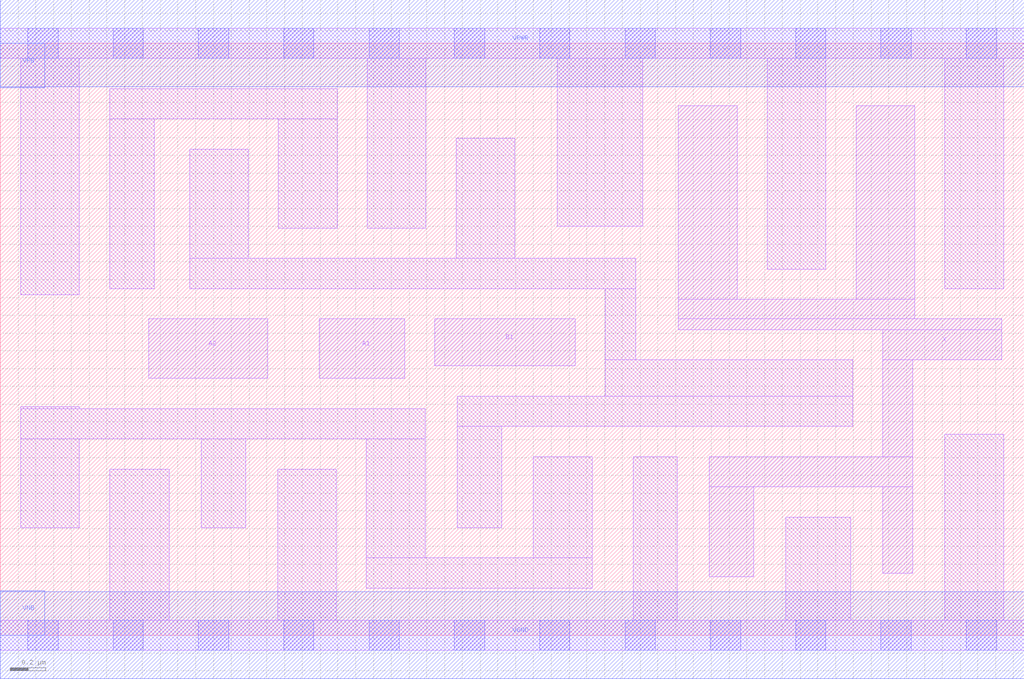
<source format=lef>
# Copyright 2020 The SkyWater PDK Authors
#
# Licensed under the Apache License, Version 2.0 (the "License");
# you may not use this file except in compliance with the License.
# You may obtain a copy of the License at
#
#     https://www.apache.org/licenses/LICENSE-2.0
#
# Unless required by applicable law or agreed to in writing, software
# distributed under the License is distributed on an "AS IS" BASIS,
# WITHOUT WARRANTIES OR CONDITIONS OF ANY KIND, either express or implied.
# See the License for the specific language governing permissions and
# limitations under the License.
#
# SPDX-License-Identifier: Apache-2.0

VERSION 5.5 ;
NAMESCASESENSITIVE ON ;
BUSBITCHARS "[]" ;
DIVIDERCHAR "/" ;
MACRO sky130_fd_sc_ms__o21a_4
  CLASS CORE ;
  SOURCE USER ;
  ORIGIN  0.000000  0.000000 ;
  SIZE  5.760000 BY  3.330000 ;
  SYMMETRY X Y ;
  SITE unit ;
  PIN A1
    ANTENNAGATEAREA  0.492000 ;
    DIRECTION INPUT ;
    USE SIGNAL ;
    PORT
      LAYER li1 ;
        RECT 1.795000 1.445000 2.275000 1.780000 ;
    END
  END A1
  PIN A2
    ANTENNAGATEAREA  0.492000 ;
    DIRECTION INPUT ;
    USE SIGNAL ;
    PORT
      LAYER li1 ;
        RECT 0.835000 1.445000 1.505000 1.780000 ;
    END
  END A2
  PIN B1
    ANTENNAGATEAREA  0.444000 ;
    DIRECTION INPUT ;
    USE SIGNAL ;
    PORT
      LAYER li1 ;
        RECT 2.445000 1.515000 3.235000 1.780000 ;
    END
  END B1
  PIN X
    ANTENNADIFFAREA  1.086400 ;
    DIRECTION OUTPUT ;
    USE SIGNAL ;
    PORT
      LAYER li1 ;
        RECT 3.815000 1.720000 5.635000 1.780000 ;
        RECT 3.815000 1.780000 5.145000 1.890000 ;
        RECT 3.815000 1.890000 4.145000 2.980000 ;
        RECT 3.990000 0.330000 4.240000 0.835000 ;
        RECT 3.990000 0.835000 5.135000 1.005000 ;
        RECT 4.815000 1.890000 5.145000 2.980000 ;
        RECT 4.965000 0.350000 5.135000 0.835000 ;
        RECT 4.965000 1.005000 5.135000 1.550000 ;
        RECT 4.965000 1.550000 5.635000 1.720000 ;
    END
  END X
  PIN VGND
    DIRECTION INOUT ;
    USE GROUND ;
    PORT
      LAYER met1 ;
        RECT 0.000000 -0.245000 5.760000 0.245000 ;
    END
  END VGND
  PIN VNB
    DIRECTION INOUT ;
    USE GROUND ;
    PORT
      LAYER met1 ;
        RECT 0.000000 0.000000 0.250000 0.250000 ;
    END
  END VNB
  PIN VPB
    DIRECTION INOUT ;
    USE POWER ;
    PORT
      LAYER met1 ;
        RECT 0.000000 3.080000 0.250000 3.330000 ;
    END
  END VPB
  PIN VPWR
    DIRECTION INOUT ;
    USE POWER ;
    PORT
      LAYER met1 ;
        RECT 0.000000 3.085000 5.760000 3.575000 ;
    END
  END VPWR
  OBS
    LAYER li1 ;
      RECT 0.000000 -0.085000 5.760000 0.085000 ;
      RECT 0.000000  3.245000 5.760000 3.415000 ;
      RECT 0.115000  0.605000 0.445000 1.105000 ;
      RECT 0.115000  1.105000 2.390000 1.275000 ;
      RECT 0.115000  1.275000 0.445000 1.285000 ;
      RECT 0.115000  1.915000 0.445000 3.245000 ;
      RECT 0.615000  0.085000 0.950000 0.935000 ;
      RECT 0.615000  1.950000 0.865000 2.905000 ;
      RECT 0.615000  2.905000 1.895000 3.075000 ;
      RECT 1.065000  1.950000 3.575000 2.120000 ;
      RECT 1.065000  2.120000 1.395000 2.735000 ;
      RECT 1.130000  0.605000 1.380000 1.105000 ;
      RECT 1.560000  0.085000 1.890000 0.935000 ;
      RECT 1.565000  2.290000 1.895000 2.905000 ;
      RECT 2.060000  0.265000 3.330000 0.435000 ;
      RECT 2.060000  0.435000 2.390000 1.105000 ;
      RECT 2.065000  2.290000 2.395000 3.245000 ;
      RECT 2.565000  2.120000 2.895000 2.795000 ;
      RECT 2.570000  0.605000 2.820000 1.175000 ;
      RECT 2.570000  1.175000 4.795000 1.345000 ;
      RECT 3.000000  0.435000 3.330000 1.005000 ;
      RECT 3.135000  2.300000 3.615000 3.245000 ;
      RECT 3.405000  1.345000 4.795000 1.550000 ;
      RECT 3.405000  1.550000 3.575000 1.950000 ;
      RECT 3.560000  0.085000 3.810000 1.005000 ;
      RECT 4.315000  2.060000 4.645000 3.245000 ;
      RECT 4.420000  0.085000 4.785000 0.665000 ;
      RECT 5.315000  0.085000 5.645000 1.130000 ;
      RECT 5.315000  1.950000 5.645000 3.245000 ;
    LAYER mcon ;
      RECT 0.155000 -0.085000 0.325000 0.085000 ;
      RECT 0.155000  3.245000 0.325000 3.415000 ;
      RECT 0.635000 -0.085000 0.805000 0.085000 ;
      RECT 0.635000  3.245000 0.805000 3.415000 ;
      RECT 1.115000 -0.085000 1.285000 0.085000 ;
      RECT 1.115000  3.245000 1.285000 3.415000 ;
      RECT 1.595000 -0.085000 1.765000 0.085000 ;
      RECT 1.595000  3.245000 1.765000 3.415000 ;
      RECT 2.075000 -0.085000 2.245000 0.085000 ;
      RECT 2.075000  3.245000 2.245000 3.415000 ;
      RECT 2.555000 -0.085000 2.725000 0.085000 ;
      RECT 2.555000  3.245000 2.725000 3.415000 ;
      RECT 3.035000 -0.085000 3.205000 0.085000 ;
      RECT 3.035000  3.245000 3.205000 3.415000 ;
      RECT 3.515000 -0.085000 3.685000 0.085000 ;
      RECT 3.515000  3.245000 3.685000 3.415000 ;
      RECT 3.995000 -0.085000 4.165000 0.085000 ;
      RECT 3.995000  3.245000 4.165000 3.415000 ;
      RECT 4.475000 -0.085000 4.645000 0.085000 ;
      RECT 4.475000  3.245000 4.645000 3.415000 ;
      RECT 4.955000 -0.085000 5.125000 0.085000 ;
      RECT 4.955000  3.245000 5.125000 3.415000 ;
      RECT 5.435000 -0.085000 5.605000 0.085000 ;
      RECT 5.435000  3.245000 5.605000 3.415000 ;
  END
END sky130_fd_sc_ms__o21a_4

</source>
